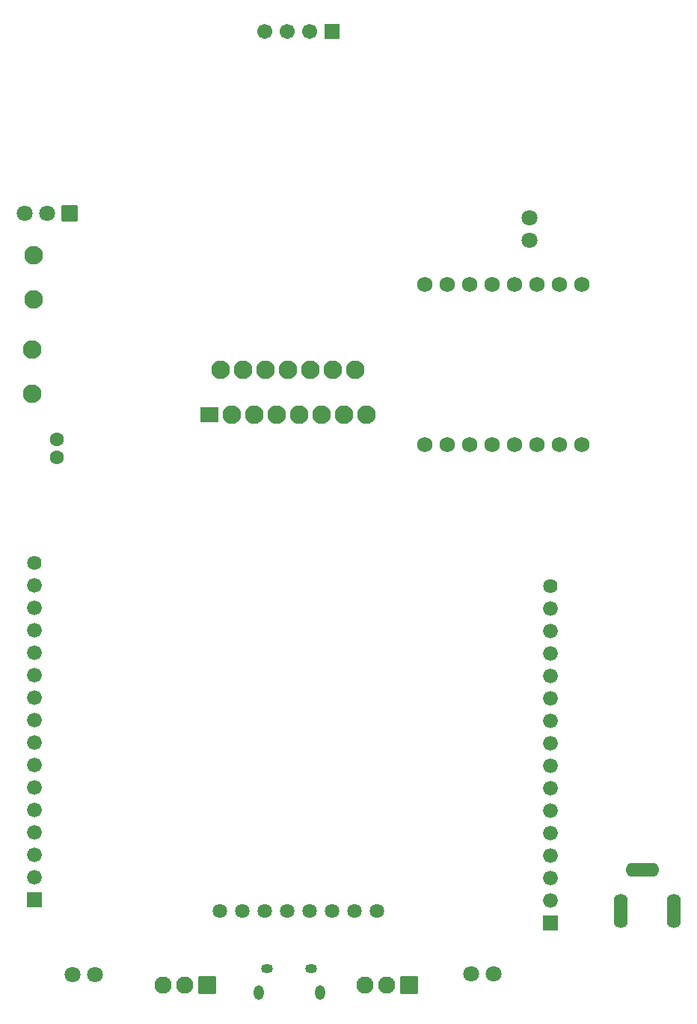
<source format=gbs>
G04 Layer: BottomSolderMaskLayer*
G04 EasyEDA v6.5.44, 2024-08-23 10:49:28*
G04 13edeab578334d2c94ea7048694fe743,9c714277b5a14b868680a62259e1ad39,10*
G04 Gerber Generator version 0.2*
G04 Scale: 100 percent, Rotated: No, Reflected: No *
G04 Dimensions in millimeters *
G04 leading zeros omitted , absolute positions ,4 integer and 5 decimal *
%FSLAX45Y45*%
%MOMM*%

%AMMACRO1*4,1,8,-0.9456,-0.9754,-0.9754,-0.9456,-0.9754,0.9456,-0.9456,0.9754,0.9456,0.9754,0.9754,0.9456,0.9754,-0.9456,0.9456,-0.9754,-0.9456,-0.9754,0*%
%AMMACRO2*4,1,8,-0.8711,-0.9008,-0.9008,-0.871,-0.9008,0.8711,-0.8711,0.9008,0.871,0.9008,0.9008,0.8711,0.9008,-0.871,0.871,-0.9008,-0.8711,-0.9008,0*%
%AMMACRO3*4,1,8,-0.8085,-0.8382,-0.8382,-0.8084,-0.8382,0.8085,-0.8085,0.8382,0.8084,0.8382,0.8382,0.8085,0.8382,-0.8084,0.8084,-0.8382,-0.8085,-0.8382,0*%
%AMMACRO4*4,1,8,-0.8211,-0.8508,-0.8508,-0.821,-0.8508,0.8211,-0.8211,0.8508,0.821,0.8508,0.8508,0.8211,0.8508,-0.821,0.821,-0.8508,-0.8211,-0.8508,0*%
%AMMACRO5*4,1,8,-1.0211,-0.8508,-1.0508,-0.821,-1.0508,0.8211,-1.0211,0.8508,1.021,0.8508,1.0508,0.8211,1.0508,-0.821,1.021,-0.8508,-1.0211,-0.8508,0*%
%ADD10O,3.8015926X1.6015970000000002*%
%ADD11O,1.6015970000000002X3.9015924*%
%ADD12C,1.8016*%
%ADD13C,1.9516*%
%ADD14MACRO1*%
%ADD15MACRO2*%
%ADD16C,1.6317*%
%ADD17C,1.6764*%
%ADD18MACRO3*%
%ADD19C,1.6256*%
%ADD20MACRO4*%
%ADD21C,1.7016*%
%ADD22C,2.1016*%
%ADD23MACRO5*%
%ADD24C,1.6016*%
%ADD25C,1.7272*%
%ADD26O,1.3516102X1.0515854*%
%ADD27O,1.1015979999999999X1.6516096*%

%LPD*%
D10*
G01*
X-1358137Y-770762D03*
D11*
G01*
X-1008126Y-1235837D03*
G01*
X-1608073Y-1235837D03*
D12*
G01*
X-7556500Y-1955800D03*
G01*
X-7810500Y-1955800D03*
G01*
X-3048000Y-1943100D03*
G01*
X-3302000Y-1943100D03*
G01*
X-2641600Y6604000D03*
G01*
X-2641600Y6350000D03*
D13*
G01*
X-4504486Y-2070100D03*
G01*
X-4254500Y-2070100D03*
D14*
G01*
X-4004501Y-2070100D03*
D13*
G01*
X-6790486Y-2070100D03*
G01*
X-6540500Y-2070100D03*
D14*
G01*
X-6290501Y-2070100D03*
D15*
G01*
X-7848600Y6654800D03*
D12*
G01*
X-8102600Y6654800D03*
G01*
X-8356600Y6654800D03*
D16*
G01*
X-6146800Y-1231900D03*
G01*
X-5892800Y-1231900D03*
G01*
X-5638800Y-1231900D03*
G01*
X-5384800Y-1231900D03*
G01*
X-5130800Y-1231900D03*
G01*
X-4876800Y-1231900D03*
G01*
X-4622800Y-1231900D03*
G01*
X-4368800Y-1231900D03*
D17*
G01*
X-8242300Y2451100D03*
G01*
X-8242300Y2197100D03*
G01*
X-8242300Y1943100D03*
G01*
X-8242300Y1689100D03*
G01*
X-8242300Y1435100D03*
G01*
X-8242300Y1181100D03*
G01*
X-8242300Y927100D03*
G01*
X-8242300Y673100D03*
G01*
X-8242300Y419100D03*
G01*
X-8242300Y165100D03*
G01*
X-8242300Y-88900D03*
G01*
X-8242300Y-342900D03*
G01*
X-8242300Y-596900D03*
G01*
X-8242300Y-850900D03*
D18*
G01*
X-8242300Y-1104900D03*
D19*
G01*
X-8242300Y2705100D03*
D17*
G01*
X-2400300Y2184400D03*
G01*
X-2400300Y1930400D03*
G01*
X-2400300Y1676400D03*
G01*
X-2400300Y1422400D03*
G01*
X-2400300Y1168400D03*
G01*
X-2400300Y914400D03*
G01*
X-2400300Y660400D03*
G01*
X-2400300Y406400D03*
G01*
X-2400300Y152400D03*
G01*
X-2400300Y-101600D03*
G01*
X-2400300Y-355600D03*
G01*
X-2400300Y-609600D03*
G01*
X-2400300Y-863600D03*
G01*
X-2400300Y-1117600D03*
D18*
G01*
X-2400300Y-1371600D03*
D19*
G01*
X-2400300Y2438400D03*
D20*
G01*
X-4876800Y8712200D03*
D21*
G01*
X-5130800Y8712200D03*
G01*
X-5384800Y8712200D03*
G01*
X-5638800Y8712200D03*
D22*
G01*
X-8267700Y5114544D03*
G01*
X-8267700Y4613655D03*
G01*
X-8255000Y6181344D03*
G01*
X-8255000Y5680455D03*
G01*
X-4483100Y4381500D03*
G01*
X-4610100Y4889500D03*
G01*
X-4737100Y4381500D03*
G01*
X-4864100Y4889500D03*
G01*
X-4991100Y4381500D03*
G01*
X-5118100Y4889500D03*
G01*
X-5245100Y4381500D03*
G01*
X-5372100Y4889500D03*
G01*
X-5499100Y4381500D03*
G01*
X-5626100Y4889500D03*
G01*
X-5753100Y4381500D03*
G01*
X-5880100Y4889500D03*
G01*
X-6007100Y4381500D03*
G01*
X-6134100Y4889500D03*
D23*
G01*
X-6261100Y4381500D03*
D24*
G01*
X-7988223Y3900601D03*
G01*
X-7988376Y4100398D03*
D25*
G01*
X-2044700Y5854700D03*
G01*
X-2298700Y5854700D03*
G01*
X-2552700Y5854700D03*
G01*
X-2806700Y5854700D03*
G01*
X-3060700Y5854700D03*
G01*
X-3314700Y5854700D03*
G01*
X-3568700Y5854700D03*
G01*
X-3822700Y5854700D03*
G01*
X-3822700Y4038600D03*
G01*
X-3568700Y4038600D03*
G01*
X-3314700Y4038600D03*
G01*
X-3060700Y4038600D03*
G01*
X-2806700Y4038600D03*
G01*
X-2552700Y4038600D03*
G01*
X-2298700Y4038600D03*
G01*
X-2044700Y4038600D03*
D26*
G01*
X-5109387Y-1884298D03*
G01*
X-5609386Y-1884298D03*
D27*
G01*
X-5709386Y-2154301D03*
G01*
X-5009387Y-2154301D03*
M02*

</source>
